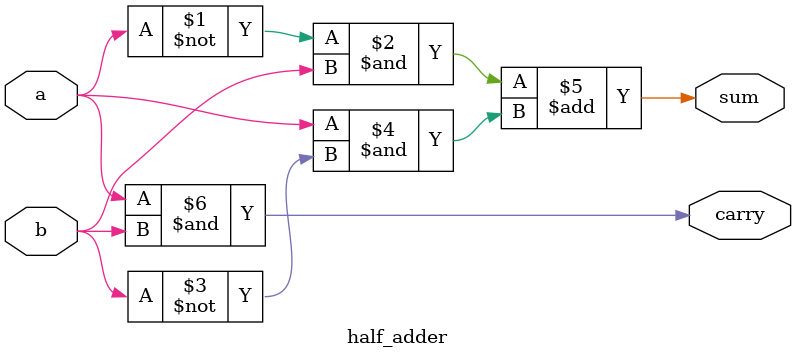
<source format=v>
module half_adder(input a, b, output sum, carry);
   assign sum = (~a&b)+(a&~b);
   assign carry = a&b;
endmodule
</source>
